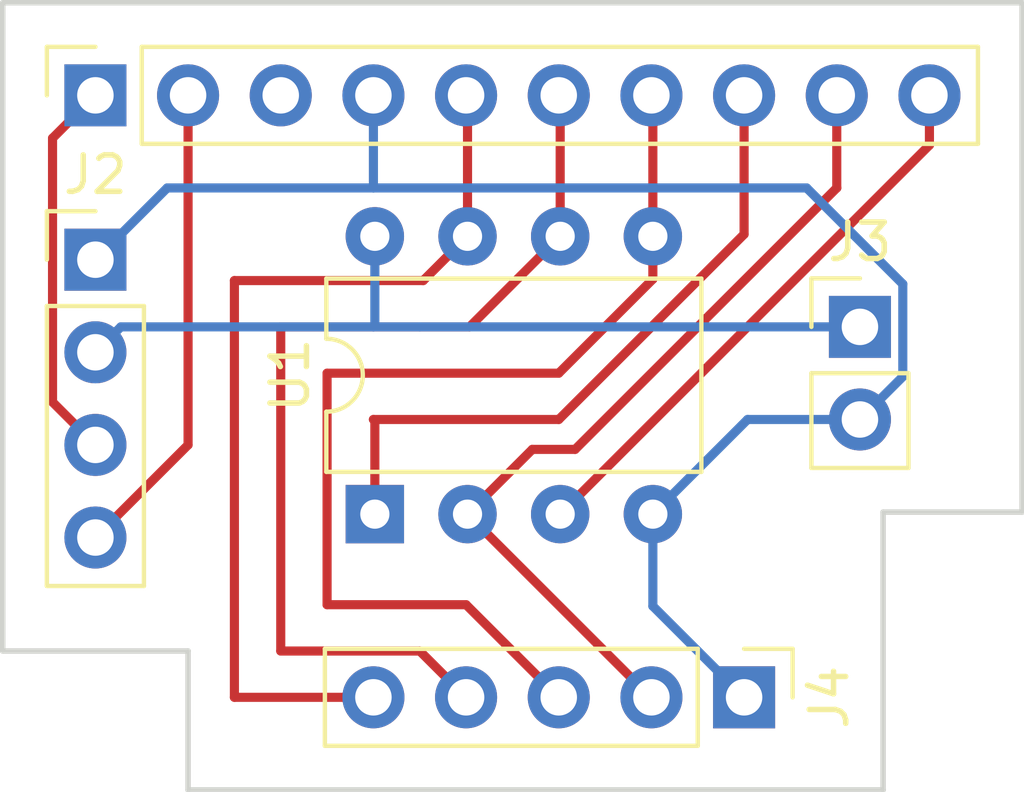
<source format=kicad_pcb>
(kicad_pcb (version 20211014) (generator pcbnew)
  (title_block (date "mar. 31 mars 2015"))
  (layers (0 "F.Cu" signal) (31 "B.Cu" signal) (34 "B.Paste" user) (35 "F.Paste" user) (36 "B.SilkS" user "B.Silkscreen") (37 "F.SilkS" user "F.Silkscreen") (38 "B.Mask" user) (39 "F.Mask" user) (44 "Edge.Cuts" user))
  (net 0 "")
  (net 1 "GND")
  (net 2 "+5V")
  (net 3 "/SDA{slash}A4")
  (net 4 "/SCL{slash}A5")
  (net 5 "/13")
  (net 6 "/12")
  (net 7 "/AREF")
  (net 8 "/8")
  (net 9 "/*11")
  (net 10 "/*10")
  (net 11 "/*9")
  (footprint "Connector_PinSocket_2.54mm:PinSocket_1x10_P2.54mm_Vertical" (layer "F.Cu") (at 117.78 49.2 90)
    (fp_text reference "J1" hide)
    (fp_text value "Digital/PWM" hide)
    (fp_line (start -1.33 24.19) (end 1.33 24.19) (layer "F.SilkS") (width 0.12))
    (fp_line (start -1.33 1.27) (end -1.33 24.19) (layer "F.SilkS") (width 0.12))
    (fp_line (start 1.33 -1.33) (end 1.33 0) (layer "F.SilkS") (width 0.12))
    (fp_line (start 0 -1.33) (end 1.33 -1.33) (layer "F.SilkS") (width 0.12))
    (fp_line (start 1.33 1.27) (end 1.33 24.19) (layer "F.SilkS") (width 0.12))
    (fp_line (start -1.33 1.27) (end 1.33 1.27) (layer "F.SilkS") (width 0.12))
    (pad "1" thru_hole rect locked (at 0 0 90) (size 1.7 1.7) (drill 1) (layers *.Cu *.Mask) (net 4 "/SCL{slash}A5"))
    (pad "2" thru_hole oval locked (at 0 2.54 90) (size 1.7 1.7) (drill 1) (layers *.Cu *.Mask) (net 3 "/SDA{slash}A4"))
    (pad "3" thru_hole oval locked (at 0 5.08 90) (size 1.7 1.7) (drill 1) (layers *.Cu *.Mask) (net 7 "/AREF"))
    (pad "4" thru_hole oval locked (at 0 7.62 90) (size 1.7 1.7) (drill 1) (layers *.Cu *.Mask) (net 1 "GND"))
    (pad "5" thru_hole oval locked (at 0 10.16 90) (size 1.7 1.7) (drill 1) (layers *.Cu *.Mask) (net 5 "/13"))
    (pad "6" thru_hole oval locked (at 0 12.7 90) (size 1.7 1.7) (drill 1) (layers *.Cu *.Mask) (net 6 "/12"))
    (pad "7" thru_hole oval locked (at 0 15.24 90) (size 1.7 1.7) (drill 1) (layers *.Cu *.Mask) (net 9 "/*11"))
    (pad "8" thru_hole oval locked (at 0 17.78 90) (size 1.7 1.7) (drill 1) (layers *.Cu *.Mask) (net 10 "/*10"))
    (pad "9" thru_hole oval locked (at 0 20.32 90) (size 1.7 1.7) (drill 1) (layers *.Cu *.Mask) (net 11 "/*9"))
    (pad "10" thru_hole oval locked (at 0 22.86 90) (size 1.7 1.7) (drill 1) (layers *.Cu *.Mask) (net 8 "/8"))
  )
  (footprint "Package_DIP:DIP-8_W7.62mm" (layer "F.Cu") (at 125.439261 60.686243 90)
    (fp_text reference "U1" (at 3.81 -2.33 90) (layer "F.SilkS"))
    (fp_text value "ATtiny85")
    (fp_line (start 6.46 -1.33) (end 4.81 -1.33) (layer "F.SilkS") (width 0.12))
    (fp_line (start 6.46 8.95) (end 6.46 -1.33) (layer "F.SilkS") (width 0.12))
    (fp_line (start 1.16 -1.33) (end 1.16 8.95) (layer "F.SilkS") (width 0.12))
    (fp_line (start 2.81 -1.33) (end 1.16 -1.33) (layer "F.SilkS") (width 0.12))
    (fp_line (start 1.16 8.95) (end 6.46 8.95) (layer "F.SilkS") (width 0.12))
    (fp_arc (start 4.81 -1.33) (mid 3.81 -0.33) (end 2.81 -1.33) (layer "F.SilkS") (width 0.12))
    (pad "1" thru_hole rect (at 0 0 90) (size 1.6 1.6) (drill 0.8) (layers *.Cu *.Mask) (net 10 "/*10"))
    (pad "2" thru_hole oval (at 0 2.54 90) (size 1.6 1.6) (drill 0.8) (layers *.Cu *.Mask) (net 11 "/*9"))
    (pad "3" thru_hole oval (at 0 5.08 90) (size 1.6 1.6) (drill 0.8) (layers *.Cu *.Mask) (net 8 "/8"))
    (pad "4" thru_hole oval (at 0 7.62 90) (size 1.6 1.6) (drill 0.8) (layers *.Cu *.Mask) (net 1 "GND"))
    (pad "5" thru_hole oval (at 7.62 7.62 90) (size 1.6 1.6) (drill 0.8) (layers *.Cu *.Mask) (net 9 "/*11"))
    (pad "6" thru_hole oval (at 7.62 5.08 90) (size 1.6 1.6) (drill 0.8) (layers *.Cu *.Mask) (net 6 "/12"))
    (pad "7" thru_hole oval (at 7.62 2.54 90) (size 1.6 1.6) (drill 0.8) (layers *.Cu *.Mask) (net 5 "/13"))
    (pad "8" thru_hole oval (at 7.62 0 90) (size 1.6 1.6) (drill 0.8) (layers *.Cu *.Mask) (net 2 "+5V"))
  )
  (footprint "Connector_PinHeader_2.54mm:PinHeader_1x04_P2.54mm_Vertical" (layer "F.Cu") (at 117.78 53.7075)
    (fp_text reference "J2" (at 0 -2.33) (layer "F.SilkS"))
    (fp_text value "I2C Out")
    (fp_line (start -1.33 1.27) (end -1.33 8.95) (layer "F.SilkS") (width 0.12))
    (fp_line (start -1.33 8.95) (end 1.33 8.95) (layer "F.SilkS") (width 0.12))
    (fp_line (start 1.33 1.27) (end 1.33 8.95) (layer "F.SilkS") (width 0.12))
    (fp_line (start -1.33 -1.33) (end 0 -1.33) (layer "F.SilkS") (width 0.12))
    (fp_line (start -1.33 0) (end -1.33 -1.33) (layer "F.SilkS") (width 0.12))
    (fp_line (start -1.33 1.27) (end 1.33 1.27) (layer "F.SilkS") (width 0.12))
    (pad "1" thru_hole rect (at 0 0) (size 1.7 1.7) (drill 1) (layers *.Cu *.Mask) (net 1 "GND"))
    (pad "2" thru_hole oval (at 0 2.54) (size 1.7 1.7) (drill 1) (layers *.Cu *.Mask) (net 2 "+5V"))
    (pad "3" thru_hole oval (at 0 5.08) (size 1.7 1.7) (drill 1) (layers *.Cu *.Mask) (net 4 "/SCL{slash}A5"))
    (pad "4" thru_hole oval (at 0 7.62) (size 1.7 1.7) (drill 1) (layers *.Cu *.Mask) (net 3 "/SDA{slash}A4"))
  )
  (footprint "Connector_PinHeader_2.54mm:PinHeader_1x05_P2.54mm_Vertical" (layer "F.Cu") (at 135.56 65.71 -90)
    (fp_text reference "J4" (at 0 -2.33 90) (layer "F.SilkS"))
    (fp_text value "Logic")
    (fp_line (start -1.33 0) (end -1.33 -1.33) (layer "F.SilkS") (width 0.12))
    (fp_line (start 1.33 1.27) (end 1.33 11.49) (layer "F.SilkS") (width 0.12))
    (fp_line (start -1.33 -1.33) (end 0 -1.33) (layer "F.SilkS") (width 0.12))
    (fp_line (start -1.33 11.49) (end 1.33 11.49) (layer "F.SilkS") (width 0.12))
    (fp_line (start -1.33 1.27) (end -1.33 11.49) (layer "F.SilkS") (width 0.12))
    (fp_line (start -1.33 1.27) (end 1.33 1.27) (layer "F.SilkS") (width 0.12))
    (pad "1" thru_hole rect (at 0 0 270) (size 1.7 1.7) (drill 1) (layers *.Cu *.Mask) (net 1 "GND"))
    (pad "2" thru_hole oval (at 0 2.54 270) (size 1.7 1.7) (drill 1) (layers *.Cu *.Mask) (net 11 "/*9"))
    (pad "3" thru_hole oval (at 0 5.08 270) (size 1.7 1.7) (drill 1) (layers *.Cu *.Mask) (net 9 "/*11"))
    (pad "4" thru_hole oval (at 0 7.62 270) (size 1.7 1.7) (drill 1) (layers *.Cu *.Mask) (net 6 "/12"))
    (pad "5" thru_hole oval (at 0 10.16 270) (size 1.7 1.7) (drill 1) (layers *.Cu *.Mask) (net 5 "/13"))
  )
  (footprint "Connector_PinHeader_2.54mm:PinHeader_1x02_P2.54mm_Vertical" (layer "F.Cu") (at 138.735 55.55)
    (fp_text reference "J3" (at 0 -2.33) (layer "F.SilkS"))
    (fp_text value "Power")
    (fp_line (start -1.33 0) (end -1.33 -1.33) (layer "F.SilkS") (width 0.12))
    (fp_line (start 1.33 1.27) (end 1.33 3.87) (layer "F.SilkS") (width 0.12))
    (fp_line (start -1.33 3.87) (end 1.33 3.87) (layer "F.SilkS") (width 0.12))
    (fp_line (start -1.33 1.27) (end 1.33 1.27) (layer "F.SilkS") (width 0.12))
    (fp_line (start -1.33 1.27) (end -1.33 3.87) (layer "F.SilkS") (width 0.12))
    (fp_line (start -1.33 -1.33) (end 0 -1.33) (layer "F.SilkS") (width 0.12))
    (pad "1" thru_hole rect (at 0 0) (size 1.7 1.7) (drill 1) (layers *.Cu *.Mask) (net 2 "+5V"))
    (pad "2" thru_hole oval (at 0 2.54) (size 1.7 1.7) (drill 1) (layers *.Cu *.Mask) (net 1 "GND"))
  )
  (gr_line (start 115.24 64.44) (end 115.24 46.66) (layer "Edge.Cuts") (width 0.15))
  (gr_line (start 120.32 64.44) (end 120.32 68.25) (layer "Edge.Cuts") (width 0.15))
  (gr_line (start 139.37 60.63) (end 139.37 68.25) (layer "Edge.Cuts") (width 0.15))
  (gr_line (start 115.24 64.44) (end 120.32 64.44) (layer "Edge.Cuts") (width 0.15))
  (gr_line (start 143.18 46.66) (end 143.18 60.63) (layer "Edge.Cuts") (width 0.15))
  (gr_line (start 139.37 68.25) (end 120.32 68.25) (layer "Edge.Cuts") (width 0.15))
  (gr_line (start 115.24 46.66) (end 143.18 46.66) (layer "Edge.Cuts") (width 0.15))
  (gr_line (start 139.37 60.63) (end 143.18 60.63) (layer "Edge.Cuts") (width 0.15))
  (segment (start 133.059261 63.209261) (end 135.56 65.71) (width 0.25) (layer "B.Cu") (net 1))
  (segment (start 138.735 58.09) (end 139.91 56.915) (width 0.25) (layer "B.Cu") (net 1))
  (segment (start 119.7475 51.74) (end 117.78 53.7075) (width 0.25) (layer "B.Cu") (net 1))
  (segment (start 125.4 51.74) (end 119.7475 51.74) (width 0.25) (layer "B.Cu") (net 1))
  (segment (start 133.059261 60.686243) (end 133.059261 63.209261) (width 0.25) (layer "B.Cu") (net 1))
  (segment (start 125.4 51.74) (end 125.4 49.2) (width 0.25) (layer "B.Cu") (net 1))
  (segment (start 139.91 54.375) (end 137.275 51.74) (width 0.25) (layer "B.Cu") (net 1))
  (segment (start 137.275 51.74) (end 125.4 51.74) (width 0.25) (layer "B.Cu") (net 1))
  (segment (start 135.655504 58.09) (end 133.059261 60.686243) (width 0.25) (layer "B.Cu") (net 1))
  (segment (start 139.91 56.915) (end 139.91 54.375) (width 0.25) (layer "B.Cu") (net 1))
  (segment (start 138.735 58.09) (end 135.655504 58.09) (width 0.25) (layer "B.Cu") (net 1))
  (segment (start 125.4 55.55) (end 118.4775 55.55) (width 0.25) (layer "B.Cu") (net 2))
  (segment (start 126.67 55.55) (end 125.4 55.55) (width 0.25) (layer "B.Cu") (net 2))
  (segment (start 125.439261 53.066243) (end 125.439261 55.510739) (width 0.25) (layer "B.Cu") (net 2))
  (segment (start 118.4775 55.55) (end 117.78 56.2475) (width 0.25) (layer "B.Cu") (net 2))
  (segment (start 138.735 55.55) (end 126.67 55.55) (width 0.25) (layer "B.Cu") (net 2))
  (segment (start 125.439261 55.510739) (end 125.4 55.55) (width 0.25) (layer "B.Cu") (net 2))
  (segment (start 120.32 49.2) (end 120.32 58.7875) (width 0.25) (layer "F.Cu") (net 3))
  (segment (start 120.32 58.7875) (end 117.78 61.3275) (width 0.25) (layer "F.Cu") (net 3))
  (segment (start 117.78 49.2) (end 116.605 50.375) (width 0.25) (layer "F.Cu") (net 4))
  (segment (start 116.605 50.375) (end 116.605 57.6125) (width 0.25) (layer "F.Cu") (net 4))
  (segment (start 116.605 57.6125) (end 117.78 58.7875) (width 0.25) (layer "F.Cu") (net 4))
  (segment (start 121.59 65.71) (end 125.4 65.71) (width 0.25) (layer "F.Cu") (net 5))
  (segment (start 126.765504 54.28) (end 121.59 54.28) (width 0.25) (layer "F.Cu") (net 5))
  (segment (start 127.979261 49.239261) (end 127.94 49.2) (width 0.25) (layer "F.Cu") (net 5))
  (segment (start 127.979261 53.066243) (end 126.765504 54.28) (width 0.25) (layer "F.Cu") (net 5))
  (segment (start 121.59 54.28) (end 121.59 65.71) (width 0.25) (layer "F.Cu") (net 5))
  (segment (start 127.979261 53.066243) (end 127.979261 49.239261) (width 0.25) (layer "F.Cu") (net 5))
  (segment (start 130.519261 53.066243) (end 128.035504 55.55) (width 0.25) (layer "F.Cu") (net 6))
  (segment (start 122.86 64.44) (end 126.67 64.44) (width 0.25) (layer "F.Cu") (net 6))
  (segment (start 126.67 64.44) (end 127.94 65.71) (width 0.25) (layer "F.Cu") (net 6))
  (segment (start 122.86 55.55) (end 122.86 64.44) (width 0.25) (layer "F.Cu") (net 6))
  (segment (start 130.519261 53.066243) (end 130.519261 49.239261) (width 0.25) (layer "F.Cu") (net 6))
  (segment (start 128.035504 55.55) (end 122.86 55.55) (width 0.25) (layer "F.Cu") (net 6))
  (segment (start 130.519261 49.239261) (end 130.48 49.2) (width 0.25) (layer "F.Cu") (net 6))
  (segment (start 140.64 49.2) (end 140.64 50.565504) (width 0.25) (layer "F.Cu") (net 8))
  (segment (start 140.64 50.565504) (end 130.519261 60.686243) (width 0.25) (layer "F.Cu") (net 8))
  (segment (start 127.94 63.17) (end 130.48 65.71) (width 0.25) (layer "F.Cu") (net 9))
  (segment (start 133.059261 49.239261) (end 133.02 49.2) (width 0.25) (layer "F.Cu") (net 9))
  (segment (start 133.059261 53.066243) (end 133.059261 54.240739) (width 0.25) (layer "F.Cu") (net 9))
  (segment (start 124.13 56.82) (end 124.13 63.17) (width 0.25) (layer "F.Cu") (net 9))
  (segment (start 124.13 63.17) (end 127.94 63.17) (width 0.25) (layer "F.Cu") (net 9))
  (segment (start 133.059261 53.066243) (end 133.059261 49.239261) (width 0.25) (layer "F.Cu") (net 9))
  (segment (start 133.059261 54.240739) (end 130.48 56.82) (width 0.25) (layer "F.Cu") (net 9))
  (segment (start 130.48 56.82) (end 124.13 56.82) (width 0.25) (layer "F.Cu") (net 9))
  (segment (start 135.56 53.01) (end 130.48 58.09) (width 0.25) (layer "F.Cu") (net 10))
  (segment (start 125.4 58.09) (end 125.439261 58.129261) (width 0.25) (layer "F.Cu") (net 10))
  (segment (start 125.439261 58.129261) (end 125.439261 60.686243) (width 0.25) (layer "F.Cu") (net 10))
  (segment (start 130.48 58.09) (end 125.4 58.09) (width 0.25) (layer "F.Cu") (net 10))
  (segment (start 135.56 49.2) (end 135.56 53.01) (width 0.25) (layer "F.Cu") (net 10))
  (segment (start 127.979261 60.686243) (end 133.003018 65.71) (width 0.25) (layer "F.Cu") (net 11))
  (segment (start 138.1 51.74) (end 138.098604 51.74) (width 0.25) (layer "F.Cu") (net 11))
  (segment (start 130.928604 58.91) (end 129.755504 58.91) (width 0.25) (layer "F.Cu") (net 11))
  (segment (start 138.1 49.2) (end 138.1 51.74) (width 0.25) (layer "F.Cu") (net 11))
  (segment (start 133.003018 65.71) (end 133.02 65.71) (width 0.25) (layer "F.Cu") (net 11))
  (segment (start 138.098604 51.74) (end 130.928604 58.91) (width 0.25) (layer "F.Cu") (net 11))
  (segment (start 129.755504 58.91) (end 127.979261 60.686243) (width 0.25) (layer "F.Cu") (net 11))
)
</source>
